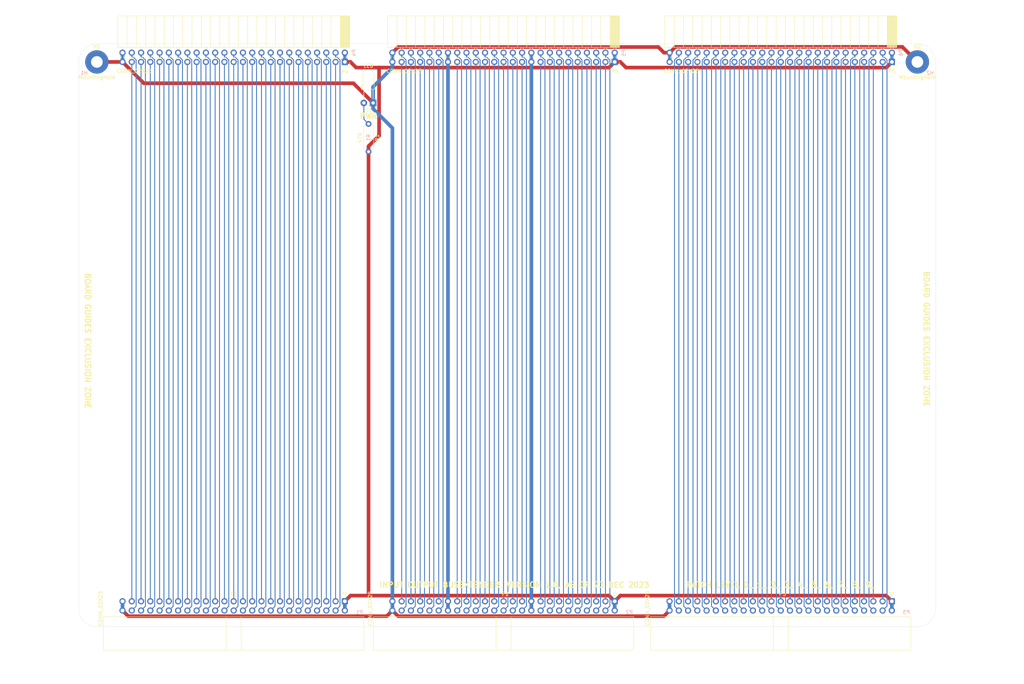
<source format=kicad_pcb>
(kicad_pcb (version 20211014) (generator pcbnew)
  (layers (0 "F.Cu" signal) (31 "B.Cu" signal) (34 "B.Paste" user) (35 "F.Paste" user) (36 "B.SilkS" user "B.Silkscreen") (37 "F.SilkS" user "F.Silkscreen") (38 "B.Mask" user) (39 "F.Mask" user) (44 "Edge.Cuts" user))
  (net 0 "")
  (net 1 "GND")
  (net 2 "VCC")
  (net 3 "I2C_SDA")
  (net 4 "I2C_SCL")
  (net 5 "Net-(D1-Pad2)")
  (net 6 "-12V")
  (net 7 "~{M1}")
  (net 8 "~{IORQ}")
  (net 9 "~{WR}")
  (net 10 "~{RD}")
  (net 11 "A0")
  (net 12 "A1")
  (net 13 "A2")
  (net 14 "A3")
  (net 15 "A4")
  (net 16 "A5")
  (net 17 "A6")
  (net 18 "A7")
  (net 19 "+12V")
  (net 20 "D0")
  (net 21 "D1")
  (net 22 "D2")
  (net 23 "D3")
  (net 24 "D4")
  (net 25 "D5")
  (net 26 "D6")
  (net 27 "D7")
  (net 28 "/bus/~{EIRQ7}")
  (net 29 "/bus/~{EIRQ6}")
  (net 30 "/bus/~{EIRQ5}")
  (net 31 "/bus/~{EIRQ4}")
  (net 32 "/bus/~{EIRQ3}")
  (net 33 "/bus/~{EIRQ2}")
  (net 34 "/bus/~{EIRQ1}")
  (net 35 "/bus/~{EIRQ0}")
  (net 36 "/bus/~{TEND1}")
  (net 37 "/bus/~{DREQ1}")
  (net 38 "/bus/~{TEND0}")
  (net 39 "/bus/~{DREQ0}")
  (net 40 "/bus/D15")
  (net 41 "/bus/D31")
  (net 42 "/bus/D14")
  (net 43 "/bus/D30")
  (net 44 "/bus/D13")
  (net 45 "/bus/D29")
  (net 46 "/bus/D12")
  (net 47 "/bus/D28")
  (net 48 "/bus/D11")
  (net 49 "/bus/D27")
  (net 50 "/bus/D10")
  (net 51 "/bus/D26")
  (net 52 "/bus/D9")
  (net 53 "/bus/D25")
  (net 54 "/bus/D8")
  (net 55 "/bus/D24")
  (net 56 "/bus/D23")
  (net 57 "/bus/D22")
  (net 58 "/bus/D21")
  (net 59 "/bus/D20")
  (net 60 "/bus/D19")
  (net 61 "/bus/D18")
  (net 62 "/bus/D17")
  (net 63 "/bus/D16")
  (net 64 "/bus/~{BUSERR}")
  (net 65 "/bus/UDS")
  (net 66 "/bus/~{VPA}")
  (net 67 "/bus/LDS")
  (net 68 "/bus/~{VMA}")
  (net 69 "/bus/S2")
  (net 70 "/bus/~{BHE}")
  (net 71 "/bus/S1")
  (net 72 "/bus/IPL2")
  (net 73 "/bus/S0")
  (net 74 "/bus/IPL1")
  (net 75 "/bus/AUXCLK3")
  (net 76 "/bus/IPL0")
  (net 77 "/bus/AUXCLK2")
  (net 78 "/bus/A31")
  (net 79 "/bus/A30")
  (net 80 "/bus/A29")
  (net 81 "/bus/A28")
  (net 82 "/bus/A27")
  (net 83 "/bus/A26")
  (net 84 "/bus/A25")
  (net 85 "/bus/A24")
  (net 86 "/bus/A23")
  (net 87 "/bus/A22")
  (net 88 "/bus/A21")
  (net 89 "/bus/A20")
  (net 90 "/bus/A19")
  (net 91 "/bus/A18")
  (net 92 "/bus/A17")
  (net 93 "/bus/A16")
  (net 94 "/bus/IC3")
  (net 95 "/bus/IC2")
  (net 96 "/bus/IC1")
  (net 97 "/bus/IC0")
  (net 98 "/bus/AUXCLK1")
  (net 99 "/bus/AUXCLK0")
  (net 100 "/bus/E")
  (net 101 "/bus/ST")
  (net 102 "/bus/PHI")
  (net 103 "/bus/~{INT2}")
  (net 104 "/bus/~{INT1}")
  (net 105 "/bus/CRUCLK")
  (net 106 "/bus/CLK")
  (net 107 "/bus/CRUOUT")
  (net 108 "/bus/CRUIN")
  (net 109 "~{RES_IN}")
  (net 110 "~{RES_OUT}")
  (net 111 "/bus/USER8")
  (net 112 "/bus/USER7")
  (net 113 "/bus/~{WAIT}")
  (net 114 "/bus/USER6")
  (net 115 "/bus/USER5")
  (net 116 "/bus/USER4")
  (net 117 "/bus/USER3")
  (net 118 "/bus/USER2")
  (net 119 "/bus/USER1")
  (net 120 "/bus/USER0")
  (net 121 "~{BAI}")
  (net 122 "~{BAO}")
  (net 123 "~{IEI}")
  (net 124 "~{IEO}")
  (net 125 "~{MREQ}")
  (net 126 "~{BUSACK}")
  (net 127 "~{INT0}")
  (net 128 "~{NMI}")
  (net 129 "~{BUSRQ}")
  (net 130 "~{HALT}")
  (net 131 "~{RFSH}")
  (net 132 "A15")
  (net 133 "A14")
  (net 134 "A13")
  (net 135 "A12")
  (net 136 "A11")
  (net 137 "A10")
  (net 138 "A9")
  (net 139 "A8")
  (footprint "MountingHole:MountingHole_3.2mm_M3_Pad" (layer "F.Cu") (at 265 75)
    (fp_text reference "H2")
    (fp_text value "MountingHole")
  )
  (footprint "MountingHole:MountingHole_3.2mm_M3_Pad" (layer "F.Cu") (at 40 75)
    (fp_text reference "H1")
    (fp_text value "MountingHole")
  )
  (footprint "Connector_IDC:IDC-Header_2x25_P2.54mm_Horizontal" (layer "F.Cu") (at 182 223 -90)
    (fp_text reference "P2")
    (fp_text value "CONN_02X25")
  )
  (footprint "Connector_IDC:IDC-Header_2x25_P2.54mm_Horizontal" (layer "F.Cu") (at 258 223 -90)
    (fp_text reference "P3")
    (fp_text value "CONN_02X25")
  )
  (footprint "Connector_IDC:IDC-Header_2x25_P2.54mm_Horizontal" (layer "F.Cu") (at 108 223 -90)
    (fp_text reference "P1")
    (fp_text value "CONN_02X25")
  )
  (footprint "LED_THT:LED_D3.0mm_Horizontal_O3.81mm_Z2.0mm" (layer "F.Cu") (at 115.75 86.25 180)
    (fp_text reference "D1")
    (fp_text value "LED")
  )
  (footprint "Connector_PinSocket_2.54mm:PinSocket_2x25_P2.54mm_Horizontal" (layer "F.Cu") (at 182 75 -90)
    (fp_text reference "P5")
    (fp_text value "CONN_02X25")
  )
  (footprint "Resistor_THT:R_Axial_DIN0207_L6.3mm_D2.5mm_P7.62mm_Horizontal" (layer "F.Cu") (at 114.5 92 -90)
    (fp_text reference "R1")
    (fp_text value "470")
  )
  (footprint "Connector_PinSocket_2.54mm:PinSocket_2x25_P2.54mm_Horizontal" (layer "F.Cu") (at 108 75 -90)
    (fp_text reference "P4")
    (fp_text value "CONN_02X25")
  )
  (footprint "Connector_PinSocket_2.54mm:PinSocket_2x25_P2.54mm_Horizontal" (layer "F.Cu") (at 258.02 75 -90)
    (fp_text reference "P6")
    (fp_text value "CONN_02X25")
  )
  (gr_line (start 35 75) (end 35 225) (layer "Edge.Cuts") (width 0.05))
  (gr_line (start 40 230) (end 265 230) (layer "Edge.Cuts") (width 0.05))
  (gr_line (start 270 225) (end 270 75) (layer "Edge.Cuts") (width 0.05))
  (gr_line (start 265 70) (end 40 70) (layer "Edge.Cuts") (width 0.05))
  (gr_arc (start 265 70) (mid 268.535534 71.464466) (end 270 75) (layer "Edge.Cuts") (width 0.05))
  (gr_arc (start 40 230) (mid 36.464466 228.535534) (end 35 225) (layer "Edge.Cuts") (width 0.05))
  (gr_arc (start 35 75) (mid 36.464466 71.464466) (end 40 70) (layer "Edge.Cuts") (width 0.05))
  (gr_arc (start 270 225) (mid 268.535534 228.535534) (end 265 230) (layer "Edge.Cuts") (width 0.05))
  (gr_text "BOARD GUIDES EXCLUSION ZONE" (at 267.5 151 270) (layer "F.SilkS") (effects (font (size 1.5 1.5) (thickness 0.3))))
  (gr_text "BOARD GUIDES EXCLUSION ZONE" (at 37.5 151.5 270) (layer "F.SilkS") (effects (font (size 1.5 1.5) (thickness 0.3))))
  (gr_text "INPUT OUTPUT BUSEXTENDER, VERSION 1.0, AS OF 23 DEC 2023" (at 154.5 218.5) (layer "F.SilkS") (effects (font (size 1.5 1.5) (thickness 0.3))))
  (gr_text "PWR" (at 114.5 89.81) (layer "F.SilkS") (effects (font (size 1.5 1.5) (thickness 0.3))))
  (gr_text "PATCH LEVEL 0_ 1_ 2_ 3_ 4_ 5_ 6_ 7_ 8_ 9_" (at 227.5 218.5) (layer "F.SilkS") (effects (font (size 1.5 1.5) (thickness 0.3))))
  (segment (start 197.04 225.54) (end 195.4896 227.0904) (width 1) (layer "F.Cu") (net 1))
  (segment (start 119.4836 227.0964) (end 121.04 225.54) (width 1) (layer "F.Cu") (net 1))
  (segment (start 195.4896 227.0904) (end 122.5904 227.0904) (width 1) (layer "F.Cu") (net 1))
  (segment (start 198.6482 70.8718) (end 197.06 72.46) (width 1) (layer "F.Cu") (net 1))
  (segment (start 197.06 72.46) (end 195.5097 72.46) (width 1) (layer "F.Cu") (net 1))
  (segment (start 52.8848 80.8448) (end 47.04 75) (width 1) (layer "F.Cu") (net 1))
  (segment (start 195.5097 72.46) (end 193.9549 70.9052) (width 1) (layer "F.Cu") (net 1))
  (segment (start 193.9549 70.9052) (end 122.5948 70.9052) (width 1) (layer "F.Cu") (net 1))
  (segment (start 115.75 86.25) (end 110.3448 80.8448) (width 1) (layer "F.Cu") (net 1))
  (segment (start 265 75) (end 260.8718 70.8718) (width 1) (layer "F.Cu") (net 1))
  (segment (start 260.8718 70.8718) (end 198.6482 70.8718) (width 1) (layer "F.Cu") (net 1))
  (segment (start 110.3448 80.8448) (end 52.8848 80.8448) (width 1) (layer "F.Cu") (net 1))
  (segment (start 122.5904 227.0904) (end 121.04 225.54) (width 1) (layer "F.Cu") (net 1))
  (segment (start 47.04 225.54) (end 48.5964 227.0964) (width 1) (layer "F.Cu") (net 1))
  (segment (start 47.04 75) (end 40 75) (width 1) (layer "F.Cu") (net 1))
  (segment (start 122.5948 70.9052) (end 121.04 72.46) (width 1) (layer "F.Cu") (net 1))
  (segment (start 48.5964 227.0964) (end 119.4836 227.0964) (width 1) (layer "F.Cu") (net 1))
  (segment (start 47.04 225.54) (end 47.04 223) (width 1) (layer "B.Cu") (net 1))
  (segment (start 47.04 72.46) (end 47.04 75) (width 1) (layer "B.Cu") (net 1))
  (segment (start 121.04 72.46) (end 121.04 75) (width 1) (layer "B.Cu") (net 1))
  (segment (start 115.75 86.25) (end 115.75 87.8503) (width 1) (layer "B.Cu") (net 1))
  (segment (start 115.75 81.8403) (end 115.75 86.25) (width 1) (layer "B.Cu") (net 1))
  (segment (start 197.06 72.46) (end 197.06 75) (width 1) (layer "B.Cu") (net 1))
  (segment (start 197.04 225.54) (end 197.04 223) (width 1) (layer "B.Cu") (net 1))
  (segment (start 121.04 75) (end 121.04 76.5503) (width 1) (layer "B.Cu") (net 1))
  (segment (start 121.04 76.5503) (end 115.75 81.8403) (width 1) (layer "B.Cu") (net 1))
  (segment (start 121.04 225.54) (end 121.04 223) (width 1) (layer "B.Cu") (net 1))
  (segment (start 121.04 93.1403) (end 115.75 87.8503) (width 1) (layer "B.Cu") (net 1))
  (segment (start 121.04 223) (end 121.04 93.1403) (width 1) (layer "B.Cu") (net 1))
  (segment (start 111.1006 76.5503) (end 117.3884 76.5503) (width 1) (layer "F.Cu") (net 2))
  (segment (start 182 75) (end 183.5503 75) (width 1) (layer "F.Cu") (net 2))
  (segment (start 258 223) (end 256.4496 221.4496) (width 1) (layer "F.Cu") (net 2))
  (segment (start 114.5 221.4496) (end 180.4496 221.4496) (width 1) (layer "F.Cu") (net 2))
  (segment (start 258.02 75) (end 256.4697 76.5503) (width 1) (layer "F.Cu") (net 2))
  (segment (start 117.3884 76.5503) (end 117.3884 95.2313) (width 1) (layer "F.Cu") (net 2))
  (segment (start 108 75) (end 109.5503 75) (width 1) (layer "F.Cu") (net 2))
  (segment (start 180.4496 221.4496) (end 182 223) (width 1) (layer "F.Cu") (net 2))
  (segment (start 183.5504 221.4496) (end 182 223) (width 1) (layer "F.Cu") (net 2))
  (segment (start 108 223) (end 109.5504 221.4496) (width 1) (layer "F.Cu") (net 2))
  (segment (start 114.5 98.8698) (end 114.5 99.62) (width 1) (layer "F.Cu") (net 2))
  (segment (start 117.3884 76.5503) (end 180.4497 76.5503) (width 1) (layer "F.Cu") (net 2))
  (segment (start 256.4697 76.5503) (end 185.1006 76.5503) (width 1) (layer "F.Cu") (net 2))
  (segment (start 109.5504 221.4496) (end 114.5 221.4496) (width 1) (layer "F.Cu") (net 2))
  (segment (start 117.3884 95.2313) (end 114.5 98.1197) (width 1) (layer "F.Cu") (net 2))
  (segment (start 109.5503 75) (end 111.1006 76.5503) (width 1) (layer "F.Cu") (net 2))
  (segment (start 185.1006 76.5503) (end 183.5503 75) (width 1) (layer "F.Cu") (net 2))
  (segment (start 180.4497 76.5503) (end 182 75) (width 1) (layer "F.Cu") (net 2))
  (segment (start 114.5 99.62) (end 114.5 221.4496) (width 1) (layer "F.Cu") (net 2))
  (segment (start 256.4496 221.4496) (end 183.5504 221.4496) (width 1) (layer "F.Cu") (net 2))
  (segment (start 114.5 98.8698) (end 114.5 98.1197) (width 1) (layer "F.Cu") (net 2))
  (segment (start 258 225.54) (end 258 223) (width 1) (layer "B.Cu") (net 2))
  (segment (start 108 72.46) (end 108 75) (width 1) (layer "B.Cu") (net 2))
  (segment (start 182 225.54) (end 182 223) (width 1) (layer "B.Cu") (net 2))
  (segment (start 182 72.46) (end 182 75) (width 1) (layer "B.Cu") (net 2))
  (segment (start 108 225.54) (end 108 223) (width 1) (layer "B.Cu") (net 2))
  (segment (start 258.02 72.46) (end 258.02 75) (width 1) (layer "B.Cu") (net 2))
  (segment (start 50.7706 74.4586) (end 50.7706 224.3494) (width 0.25) (layer "B.Cu") (net 3))
  (segment (start 50.7706 224.3494) (end 49.58 225.54) (width 0.25) (layer "B.Cu") (net 3))
  (segment (start 49.58 72.46) (end 49.58 73.6353) (width 0.25) (layer "B.Cu") (net 3))
  (segment (start 49.9473 73.6353) (end 50.7706 74.4586) (width 0.25) (layer "B.Cu") (net 3))
  (segment (start 49.58 73.6353) (end 49.9473 73.6353) (width 0.25) (layer "B.Cu") (net 3))
  (segment (start 49.58 75) (end 49.58 223) (width 0.25) (layer "B.Cu") (net 4))
  (segment (start 113.21 90.71) (end 113.21 86.25) (width 0.25) (layer "B.Cu") (net 5))
  (segment (start 114.5 92) (end 113.21 90.71) (width 0.25) (layer "B.Cu") (net 5))
  (segment (start 136.28 75) (end 136.28 223) (width 1) (layer "B.Cu") (net 6))
  (segment (start 136.28 225.54) (end 136.28 223) (width 1) (layer "B.Cu") (net 6))
  (segment (start 136.28 72.46) (end 136.28 75) (width 1) (layer "B.Cu") (net 6))
  (segment (start 95.3 75) (end 95.3 223) (width 0.25) (layer "B.Cu") (net 7))
  (segment (start 100.38 75) (end 100.38 223) (width 0.25) (layer "B.Cu") (net 8))
  (segment (start 102.92 75) (end 102.92 223) (width 0.25) (layer "B.Cu") (net 9))
  (segment (start 105.46 75) (end 105.46 223) (width 0.25) (layer "B.Cu") (net 10))
  (segment (start 138.82 75) (end 138.82 223) (width 0.25) (layer "B.Cu") (net 11))
  (segment (start 141.36 75) (end 141.36 223) (width 0.25) (layer "B.Cu") (net 12))
  (segment (start 143.9 75) (end 143.9 223) (width 0.25) (layer "B.Cu") (net 13))
  (segment (start 146.44 75) (end 146.44 223) (width 0.25) (layer "B.Cu") (net 14))
  (segment (start 148.98 75) (end 148.98 223) (width 0.25) (layer "B.Cu") (net 15))
  (segment (start 151.52 75) (end 151.52 223) (width 0.25) (layer "B.Cu") (net 16))
  (segment (start 154.06 75) (end 154.06 223) (width 0.25) (layer "B.Cu") (net 17))
  (segment (start 156.6 75) (end 156.6 223) (width 0.25) (layer "B.Cu") (net 18))
  (segment (start 159.14 72.46) (end 159.14 75) (width 1) (layer "B.Cu") (net 19))
  (segment (start 159.14 75) (end 159.14 223) (width 1) (layer "B.Cu") (net 19))
  (segment (start 159.14 225.54) (end 159.14 223) (width 1) (layer "B.Cu") (net 19))
  (segment (start 217.38 76.1753) (end 217.36 76.1953) (width 0.25) (layer "B.Cu") (net 20))
  (segment (start 217.38 75) (end 217.38 76.1753) (width 0.25) (layer "B.Cu") (net 20))
  (segment (start 217.36 76.1953) (end 217.36 223) (width 0.25) (layer "B.Cu") (net 20))
  (segment (start 219.9 76.1953) (end 219.9 223) (width 0.25) (layer "B.Cu") (net 21))
  (segment (start 219.92 76.1753) (end 219.9 76.1953) (width 0.25) (layer "B.Cu") (net 21))
  (segment (start 219.92 75) (end 219.92 76.1753) (width 0.25) (layer "B.Cu") (net 21))
  (segment (start 222.46 76.1753) (end 222.44 76.1953) (width 0.25) (layer "B.Cu") (net 22))
  (segment (start 222.44 76.1953) (end 222.44 223) (width 0.25) (layer "B.Cu") (net 22))
  (segment (start 222.46 75) (end 222.46 76.1753) (width 0.25) (layer "B.Cu") (net 22))
  (segment (start 225 75) (end 225 76.1753) (width 0.25) (layer "B.Cu") (net 23))
  (segment (start 225 76.1753) (end 224.98 76.1953) (width 0.25) (layer "B.Cu") (net 23))
  (segment (start 224.98 76.1953) (end 224.98 223) (width 0.25) (layer "B.Cu") (net 23))
  (segment (start 227.52 76.1953) (end 227.52 223) (width 0.25) (layer "B.Cu") (net 24))
  (segment (start 227.54 75) (end 227.54 76.1753) (width 0.25) (layer "B.Cu") (net 24))
  (segment (start 227.54 76.1753) (end 227.52 76.1953) (width 0.25) (layer "B.Cu") (net 24))
  (segment (start 230.08 75) (end 230.08 76.1753) (width 0.25) (layer "B.Cu") (net 25))
  (segment (start 230.06 76.1953) (end 230.06 223) (width 0.25) (layer "B.Cu") (net 25))
  (segment (start 230.08 76.1753) (end 230.06 76.1953) (width 0.25) (layer "B.Cu") (net 25))
  (segment (start 232.62 75) (end 232.62 76.1753) (width 0.25) (layer "B.Cu") (net 26))
  (segment (start 232.6 76.1953) (end 232.6 223) (width 0.25) (layer "B.Cu") (net 26))
  (segment (start 232.62 76.1753) (end 232.6 76.1953) (width 0.25) (layer "B.Cu") (net 26))
  (segment (start 235.16 76.1753) (end 235.14 76.1953) (width 0.25) (layer "B.Cu") (net 27))
  (segment (start 235.16 75) (end 235.16 76.1753) (width 0.25) (layer "B.Cu") (net 27))
  (segment (start 235.14 76.1953) (end 235.14 223) (width 0.25) (layer "B.Cu") (net 27))
  (segment (start 69.9 75) (end 69.9 223) (width 0.25) (layer "B.Cu") (net 28))
  (segment (start 67.36 75) (end 67.36 223) (width 0.25) (layer "B.Cu") (net 29))
  (segment (start 64.82 75) (end 64.82 223) (width 0.25) (layer "B.Cu") (net 30))
  (segment (start 62.28 75) (end 62.28 223) (width 0.25) (layer "B.Cu") (net 31))
  (segment (start 59.74 75) (end 59.74 223) (width 0.25) (layer "B.Cu") (net 32))
  (segment (start 57.2 75) (end 57.2 223) (width 0.25) (layer "B.Cu") (net 33))
  (segment (start 54.66 75) (end 54.66 223) (width 0.25) (layer "B.Cu") (net 34))
  (segment (start 52.12 75) (end 52.12 223) (width 0.25) (layer "B.Cu") (net 35))
  (segment (start 133.74 72.46) (end 133.74 73.6353) (width 0.25) (layer "B.Cu") (net 36))
  (segment (start 133.74 73.6353) (end 134.1073 73.6353) (width 0.25) (layer "B.Cu") (net 36))
  (segment (start 134.1073 73.6353) (end 134.9306 74.4586) (width 0.25) (layer "B.Cu") (net 36))
  (segment (start 134.9306 74.4586) (end 134.9306 224.3494) (width 0.25) (layer "B.Cu") (net 36))
  (segment (start 134.9306 224.3494) (end 133.74 225.54) (width 0.25) (layer "B.Cu") (net 36))
  (segment (start 132.3906 224.3494) (end 131.2 225.54) (width 0.25) (layer "B.Cu") (net 37))
  (segment (start 131.5673 73.6353) (end 132.3906 74.4586) (width 0.25) (layer "B.Cu") (net 37))
  (segment (start 131.2 73.6353) (end 131.5673 73.6353) (width 0.25) (layer "B.Cu") (net 37))
  (segment (start 131.2 72.46) (end 131.2 73.6353) (width 0.25) (layer "B.Cu") (net 37))
  (segment (start 132.3906 74.4586) (end 132.3906 224.3494) (width 0.25) (layer "B.Cu") (net 37))
  (segment (start 129.8506 74.4586) (end 129.8506 224.3494) (width 0.25) (layer "B.Cu") (net 38))
  (segment (start 129.0273 73.6353) (end 129.8506 74.4586) (width 0.25) (layer "B.Cu") (net 38))
  (segment (start 129.8506 224.3494) (end 128.66 225.54) (width 0.25) (layer "B.Cu") (net 38))
  (segment (start 128.66 73.6353) (end 129.0273 73.6353) (width 0.25) (layer "B.Cu") (net 38))
  (segment (start 128.66 72.46) (end 128.66 73.6353) (width 0.25) (layer "B.Cu") (net 38))
  (segment (start 127.3106 74.4586) (end 127.3106 224.3494) (width 0.25) (layer "B.Cu") (net 39))
  (segment (start 126.12 73.6353) (end 126.4873 73.6353) (width 0.25) (layer "B.Cu") (net 39))
  (segment (start 126.12 72.46) (end 126.12 73.6353) (width 0.25) (layer "B.Cu") (net 39))
  (segment (start 126.4873 73.6353) (end 127.3106 74.4586) (width 0.25) (layer "B.Cu") (net 39))
  (segment (start 127.3106 224.3494) (end 126.12 225.54) (width 0.25) (layer "B.Cu") (net 39))
  (segment (start 255.46 76.1953) (end 255.46 223) (width 0.25) (layer "B.Cu") (net 40))
  (segment (start 255.48 76.1753) (end 255.46 76.1953) (width 0.25) (layer "B.Cu") (net 40))
  (segment (start 255.48 75) (end 255.48 76.1753) (width 0.25) (layer "B.Cu") (net 40))
  (segment (start 255.48 73.6353) (end 255.8473 73.6353) (width 0.25) (layer "B.Cu") (net 41))
  (segment (start 256.6767 74.4647) (end 256.6767 224.3233) (width 0.25) (layer "B.Cu") (net 41))
  (segment (start 255.8473 73.6353) (end 256.6767 74.4647) (width 0.25) (layer "B.Cu") (net 41))
  (segment (start 256.6767 224.3233) (end 255.46 225.54) (width 0.25) (layer "B.Cu") (net 41))
  (segment (start 255.48 72.46) (end 255.48 73.6353) (width 0.25) (layer "B.Cu") (net 41))
  (segment (start 252.94 75) (end 252.94 76.1753) (width 0.25) (layer "B.Cu") (net 42))
  (segment (start 252.92 76.1953) (end 252.92 223) (width 0.25) (layer "B.Cu") (net 42))
  (segment (start 252.94 76.1753) (end 252.92 76.1953) (width 0.25) (layer "B.Cu") (net 42))
  (segment (start 251.7294 224.3494) (end 252.92 225.54) (width 0.25) (layer "B.Cu") (net 43))
  (segment (start 252.94 72.46) (end 252.94 73.6353) (width 0.25) (layer "B.Cu") (net 43))
  (segment (start 252.5727 73.6353) (end 251.7294 74.4786) (width 0.25) (layer "B.Cu") (net 43))
  (segment (start 252.94 73.6353) (end 252.5727 73.6353) (width 0.25) (layer "B.Cu") (net 43))
  (segment (start 251.7294 74.4786) (end 251.7294 224.3494) (width 0.25) (layer "B.Cu") (net 43))
  (segment (start 250.4 75) (end 250.4 76.1753) (width 0.25) (layer "B.Cu") (net 44))
  (segment (start 250.4 76.1753) (end 250.38 76.1953) (width 0.25) (layer "B.Cu") (net 44))
  (segment (start 250.38 76.1953) (end 250.38 223) (width 0.25) (layer "B.Cu") (net 44))
  (segment (start 250.4 73.6353) (end 250.0327 73.6353) (width 0.25) (layer "B.Cu") (net 45))
  (segment (start 250.0327 73.6353) (end 249.1894 74.4786) (width 0.25) (layer "B.Cu") (net 45))
  (segment (start 249.1894 74.4786) (end 249.1894 224.3494) (width 0.25) (layer "B.Cu") (net 45))
  (segment (start 249.1894 224.3494) (end 250.38 225.54) (width 0.25) (layer "B.Cu") (net 45))
  (segment (start 250.4 72.46) (end 250.4 73.6353) (width 0.25) (layer "B.Cu") (net 45))
  (segment (start 247.86 76.1753) (end 247.84 76.1953) (width 0.25) (layer "B.Cu") (net 46))
  (segment (start 247.86 75) (end 247.86 76.1753) (width 0.25) (layer "B.Cu") (net 46))
  (segment (start 247.84 76.1953) (end 247.84 223) (width 0.25) (layer "B.Cu") (net 46))
  (segment (start 246.6494 74.4786) (end 246.6494 224.3494) (width 0.25) (layer "B.Cu") (net 47))
  (segment (start 247.86 72.46) (end 247.86 73.6353) (width 0.25) (layer "B.Cu") (net 47))
  (segment (start 247.4927 73.6353) (end 246.6494 74.4786) (width 0.25) (layer "B.Cu") (net 47))
  (segment (start 247.86 73.6353) (end 247.4927 73.6353) (width 0.25) (layer "B.Cu") (net 47))
  (segment (start 246.6494 224.3494) (end 247.84 225.54) (width 0.25) (layer "B.Cu") (net 47))
  (segment (start 245.32 75) (end 245.32 76.1753) (width 0.25) (layer "B.Cu") (net 48))
  (segment (start 245.32 76.1753) (end 245.3 76.1953) (width 0.25) (layer "B.Cu") (net 48))
  (segment (start 245.3 76.1953) (end 245.3 223) (width 0.25) (layer "B.Cu") (net 48))
  (segment (start 245.32 73.6353) (end 244.9527 73.6353) (width 0.25) (layer "B.Cu") (net 49))
  (segment (start 244.9527 73.6353) (end 244.1094 74.4786) (width 0.25) (layer "B.Cu") (net 49))
  (segment (start 244.1094 74.4786) (end 244.1094 224.3494) (width 0.25) (layer "B.Cu") (net 49))
  (segment (start 245.32 72.46) (end 245.32 73.6353) (width 0.25) (layer "B.Cu") (net 49))
  (segment (start 244.1094 224.3494) (end 245.3 225.54) (width 0.25) (layer "B.Cu") (net 49))
  (segment (start 242.78 75) (end 242.78 76.1753) (width 0.25) (layer "B.Cu") (net 50))
  (segment (start 242.76 76.1953) (end 242.76 223) (width 0.25) (layer "B.Cu") (net 50))
  (segment (start 242.78 76.1753) (end 242.76 76.1953) (width 0.25) (layer "B.Cu") (net 50))
  (segment (start 242.78 73.6353) (end 242.4127 73.6353) (width 0.25) (layer "B.Cu") (net 51))
  (segment (start 242.4127 73.6353) (end 241.5694 74.4786) (width 0.25) (layer "B.Cu") (net 51))
  (segment (start 242.78 72.46) (end 242.78 73.6353) (width 0.25) (layer "B.Cu") (net 51))
  (segment (start 241.5694 74.4786) (end 241.5694 224.3494) (width 0.25) (layer "B.Cu") (net 51))
  (segment (start 241.5694 224.3494) (end 242.76 225.54) (width 0.25) (layer "B.Cu") (net 51))
  (segment (start 240.24 75) (end 240.24 76.1753) (width 0.25) (layer "B.Cu") (net 52))
  (segment (start 240.24 76.1753) (end 240.22 76.1953) (width 0.25) (layer "B.Cu") (net 52))
  (segment (start 240.22 76.1953) (end 240.22 223) (width 0.25) (layer "B.Cu") (net 52))
  (segment (start 239.0294 74.4786) (end 239.0294 224.3494) (width 0.25) (layer "B.Cu") (net 53))
  (segment (start 240.24 72.46) (end 240.24 73.6353) (width 0.25) (layer "B.Cu") (net 53))
  (segment (start 239.8727 73.6353) (end 239.0294 74.4786) (width 0.25) (layer "B.Cu") (net 53))
  (segment (start 239.0294 224.3494) (end 240.22 225.54) (width 0.25) (layer "B.Cu") (net 53))
  (segment (start 240.24 73.6353) (end 239.8727 73.6353) (width 0.25) (layer "B.Cu") (net 53))
  (segment (start 237.68 76.1953) (end 237.68 223) (width 0.25) (layer "B.Cu") (net 54))
  (segment (start 237.7 76.1753) (end 237.68 76.1953) (width 0.25) (layer "B.Cu") (net 54))
  (segment (start 237.7 75) (end 237.7 76.1753) (width 0.25) (layer "B.Cu") (net 54))
  (segment (start 236.4894 224.3494) (end 237.68 225.54) (width 0.25) (layer "B.Cu") (net 55))
  (segment (start 237.7 72.46) (end 237.7 73.6353) (width 0.25) (layer "B.Cu") (net 55))
  (segment (start 237.3327 73.6353) (end 236.4894 74.4786) (width 0.25) (layer "B.Cu") (net 55))
  (segment (start 236.4894 74.4786) (end 236.4894 224.3494) (width 0.25) (layer "B.Cu") (net 55))
  (segment (start 237.7 73.6353) (end 237.3327 73.6353) (width 0.25) (layer "B.Cu") (net 55))
  (segment (start 233.9494 224.3494) (end 235.14 225.54) (width 0.25) (layer "B.Cu") (net 56))
  (segment (start 235.16 72.46) (end 235.16 73.6353) (width 0.25) (layer "B.Cu") (net 56))
  (segment (start 234.7927 73.6353) (end 233.9494 74.4786) (width 0.25) (layer "B.Cu") (net 56))
  (segment (start 233.9494 74.4786) (end 233.9494 224.3494) (width 0.25) (layer "B.Cu") (net 56))
  (segment (start 235.16 73.6353) (end 234.7927 73.6353) (width 0.25) (layer "B.Cu") (net 56))
  (segment (start 232.2527 73.6353) (end 231.4094 74.4786) (width 0.25) (layer "B.Cu") (net 57))
  (segment (start 232.62 73.6353) (end 232.2527 73.6353) (width 0.25) (layer "B.Cu") (net 57))
  (segment (start 232.62 72.46) (end 232.62 73.6353) (width 0.25) (layer "B.Cu") (net 57))
  (segment (start 231.4094 224.3494) (end 232.6 225.54) (width 0.25) (layer "B.Cu") (net 57))
  (segment (start 231.4094 74.4786) (end 231.4094 224.3494) (width 0.25) (layer "B.Cu") (net 57))
  (segment (start 228.8694 224.3494) (end 230.06 225.54) (width 0.25) (layer "B.Cu") (net 58))
  (segment (start 229.7127 73.6353) (end 228.8694 74.4786) (width 0.25) (layer "B.Cu") (net 58))
  (segment (start 230.08 73.6353) (end 229.7127 73.6353) (width 0.25) (layer "B.Cu") (net 58))
  (segment (start 228.8694 74.4786) (end 228.8694 224.3494) (width 0.25) (layer "B.Cu") (net 58))
  (segment (start 230.08 72.46) (end 230.08 73.6353) (width 0.25) (layer "B.Cu") (net 58))
  (segment (start 227.54 72.46) (end 227.54 73.6353) (width 0.25) (layer "B.Cu") (net 59))
  (segment (start 227.1727 73.6353) (end 226.3294 74.4786) (width 0.25) (layer "B.Cu") (net 59))
  (segment (start 227.54 73.6353) (end 227.1727 73.6353) (width 0.25) (layer "B.Cu") (net 59))
  (segment (start 226.3294 74.4786) (end 226.3294 224.3494) (width 0.25) (layer "B.Cu") (net 59))
  (segment (start 226.3294 224.3494) (end 227.52 225.54) (width 0.25) (layer "B.Cu") (net 59))
  (segment (start 225 72.46) (end 225 73.6353) (width 0.25) (layer "B.Cu") (net 60))
  (segment (start 224.6327 73.6353) (end 223.7894 74.4786) (width 0.25) (layer "B.Cu") (net 60))
  (segment (start 223.7894 224.3494) (end 224.98 225.54) (width 0.25) (layer "B.Cu") (net 60))
  (segment (start 225 73.6353) (end 224.6327 73.6353) (width 0.25) (layer "B.Cu") (net 60))
  (segment (start 223.7894 74.4786) (end 223.7894 224.3494) (width 0.25) (layer "B.Cu") (net 60))
  (segment (start 222.0927 73.6353) (end 221.2494 74.4786) (width 0.25) (layer "B.Cu") (net 61))
  (segment (start 221.2494 74.4786) (end 221.2494 224.3494) (width 0.25) (layer "B.Cu") (net 61))
  (segment (start 222.46 72.46) (end 222.46 73.6353) (width 0.25) (layer "B.Cu") (net 61))
  (segment (start 222.46 73.6353) (end 222.0927 73.6353) (width 0.25) (layer "B.Cu") (net 61))
  (segment (start 221.2494 224.3494) (end 222.44 225.54) (width 0.25) (layer "B.Cu") (net 61))
  (segment (start 219.92 73.6353) (end 219.5527 73.6353) (width 0.25) (layer "B.Cu") (net 62))
  (segment (start 219.5527 73.6353) (end 218.7094 74.4786) (width 0.25) (layer "B.Cu") (net 62))
  (segment (start 218.7094 74.4786) (end 218.7094 224.3494) (width 0.25) (layer "B.Cu") (net 62))
  (segment (start 218.7094 224.3494) (end 219.9 225.54) (width 0.25) (layer "B.Cu") (net 62))
  (segment (start 219.92 72.46) (end 219.92 73.6353) (width 0.25) (layer "B.Cu") (net 62))
  (segment (start 216.1694 224.3494) (end 217.36 225.54) (width 0.25) (layer "B.Cu") (net 63))
  (segment (start 217.0127 73.6353) (end 216.1694 74.4786) (width 0.25) (layer "B.Cu") (net 63))
  (segment (start 217.38 72.46) (end 217.38 73.6353) (width 0.25) (layer "B.Cu") (net 63))
  (segment (start 216.1694 74.4786) (end 216.1694 224.3494) (width 0.25) (layer "B.Cu") (net 63))
  (segment (start 217.38 73.6353) (end 217.0127 73.6353) (width 0.25) (layer "B.Cu") (net 63))
  (segment (start 214.82 76.1953) (end 214.82 223) (width 0.25) (layer "B.Cu") (net 64))
  (segment (start 214.84 76.1753) (end 214.82 76.1953) (width 0.25) (layer "B.Cu") (net 64))
  (segment (start 214.84 75) (end 214.84 76.1753) (width 0.25) (layer "B.Cu") (net 64))
  (segment (start 213.6294 74.4786) (end 213.6294 224.3494) (width 0.25) (layer "B.Cu") (net 65))
  (segment (start 214.84 72.46) (end 214.84 73.6353) (width 0.25) (layer "B.Cu") (net 65))
  (segment (start 214.4727 73.6353) (end 213.6294 74.4786) (width 0.25) (layer "B.Cu") (net 65))
  (segment (start 213.6294 224.3494) (end 214.82 225.54) (width 0.25) (layer "B.Cu") (net 65))
  (segment (start 214.84 73.6353) (end 214.4727 73.6353) (width 0.25) (layer "B.Cu") (net 65))
  (segment (start 212.3 76.1753) (end 212.28 76.1953) (width 0.25) (layer "B.Cu") (net 66))
  (segment (start 212.28 76.1953) (end 212.28 223) (width 0.25) (layer "B.Cu") (net 66))
  (segment (start 212.3 75) (end 212.3 76.1753) (width 0.25) (layer "B.Cu") (net 66))
  (segment (start 211.0894 74.4786) (end 211.0894 224.3494) (width 0.25) (layer "B.Cu") (net 67))
  (segment (start 212.3 72.46) (end 212.3 73.6353) (width 0.25) (layer "B.Cu") (net 67))
  (segment (start 211.0894 224.3494) (end 212.28 225.54) (width 0.25) (layer "B.Cu") (net 67))
  (segment (start 211.9327 73.6353) (end 211.0894 74.4786) (width 0.25) (layer "B.Cu") (net 67))
  (segment (start 212.3 73.6353) (end 211.9327 73.6353) (width 0.25) (layer "B.Cu") (net 67))
  (segment (start 209.74 76.1953) (end 209.74 223) (width 0.25) (layer "B.Cu") (net 68))
  (segment (start 209.76 75) (end 209.76 76.1753) (width 0.25) (layer "B.Cu") (net 68))
  (segment (start 209.76 76.1753) (end 209.74 76.1953) (width 0.25) (layer "B.Cu") (net 68))
  (segment (start 209.76 72.46) (end 209.76 73.6353) (width 0.25) (layer "B.Cu") (net 69))
  (segment (start 208.5494 224.3494) (end 209.74 225.54) (width 0.25) (layer "B.Cu") (net 69))
  (segment (start 209.76 73.6353) (end 209.3927 73.6353) (width 0.25) (layer "B.Cu") (net 69))
  (segment (start 209.3927 73.6353) (end 208.5494 74.4786) (width 0.25) (layer "B.Cu") (net 69))
  (segment (start 208.5494 74.4786) (end 208.5494 224.3494) (width 0.25) (layer "B.Cu") (net 69))
  (segment (start 207.22 76.1753) (end 207.2 76.1953) (width 0.25) (layer "B.Cu") (net 70))
  (segment (start 207.2 76.1953) (end 207.2 223) (width 0.25) (layer "B.Cu") (net 70))
  (segment (start 207.22 75) (end 207.22 76.1753) (width 0.25) (layer "B.Cu") (net 70))
  (segment (start 206.8527 73.6353) (end 206.0094 74.4786) (width 0.25) (layer "B.Cu") (net 71))
  (segment (start 207.22 73.6353) (end 206.8527 73.6353) (width 0.25) (layer "B.Cu") (net 71))
  (segment (start 207.22 72.46) (end 207.22 73.6353) (width 0.25) (layer "B.Cu") (net 71))
  (segment (start 206.0094 224.3494) (end 207.2 225.54) (width 0.25) (layer "B.Cu") (net 71))
  (segment (start 206.0094 74.4786) (end 206.0094 224.3494) (width 0.25) (layer "B.Cu") (net 71))
  (segment (start 204.68 76.1753) (end 204.66 76.1953) (width 0.25) (layer "B.Cu") (net 72))
  (segment (start 204.66 76.1953) (end 204.66 223) (width 0.25) (layer "B.Cu") (net 72))
  (segment (start 204.68 75) (end 204.68 76.1753) (width 0.25) (layer "B.Cu") (net 72))
  (segment (start 204.3127 73.6353) (end 203.4694 74.4786) (width 0.25) (layer "B.Cu") (net 73))
  (segment (start 204.68 72.46) (end 204.68 73.6353) (width 0.25) (layer "B.Cu") (net 73))
  (segment (start 203.4694 224.3494) (end 204.66 225.54) (width 0.25) (layer "B.Cu") (net 73))
  (segment (start 204.68 73.6353) (end 204.3127 73.6353) (width 0.25) (layer "B.Cu") (net 73))
  (segment (start 203.4694 74.4786) (end 203.4694 224.3494) (width 0.25) (layer "B.Cu") (net 73))
  (segment (start 202.12 76.1953) (end 202.12 223) (width 0.25) (layer "B.Cu") (net 74))
  (segment (start 202.14 76.1753) (end 202.12 76.1953) (width 0.25) (layer "B.Cu") (net 74))
  (segment (start 202.14 75) (end 202.14 76.1753) (width 0.25) (layer "B.Cu") (net 74))
  (segment (start 200.9294 74.4786) (end 200.9294 224.3494) (width 0.25) (layer "B.Cu") (net 75))
  (segment (start 200.9294 224.3494) (end 202.12 225.54) (width 0.25) (layer "B.Cu") (net 75))
  (segment (start 202.14 73.6353) (end 201.7727 73.6353) (width 0.25) (layer "B.Cu") (net 75))
  (segment (start 201.7727 73.6353) (end 200.9294 74.4786) (width 0.25) (layer "B.Cu") (net 75))
  (segment (start 202.14 72.46) (end 202.14 73.6353) (width 0.25) (layer "B.Cu") (net 75))
  (segment (start 199.58 76.1953) (end 199.58 223) (width 0.25) (layer "B.Cu") (net 76))
  (segment (start 199.6 76.1753) (end 199.58 76.1953) (width 0.25) (layer "B.Cu") (net 76))
  (segment (start 199.6 75) (end 199.6 76.1753) (width 0.25) (layer "B.Cu") (net 76))
  (segment (start 199.2327 73.6353) (end 198.3894 74.4786) (width 0.25) (layer "B.Cu") (net 77))
  (segment (start 198.3894 74.4786) (end 198.3894 224.3494) (width 0.25) (layer "B.Cu") (net 77))
  (segment (start 199.6 73.6353) (end 199.2327 73.6353) (width 0.25) (layer "B.Cu") (net 77))
  (segment (start 198.3894 224.3494) (end 199.58 225.54) (width 0.25) (layer "B.Cu") (net 77))
  (segment (start 199.6 72.46) (end 199.6 73.6353) (width 0.25) (layer "B.Cu") (net 77))
  (segment (start 179.8273 73.6353) (end 180.6767 74.4847) (width 0.25) (layer "B.Cu") (net 78))
  (segment (start 179.46 73.6353) (end 179.8273 73.6353) (width 0.25) (layer "B.Cu") (net 78))
  (segment (start 179.46 72.46) (end 179.46 73.6353) (width 0.25) (layer "B.Cu") (net 78))
  (segment (start 180.6767 74.4847) (end 180.6767 224.3233) (width 0.25) (layer "B.Cu") (net 78))
  (segment (start 180.6767 224.3233) (end 179.46 225.54) (width 0.25) (layer "B.Cu") (net 78))
  (segment (start 178.1106 74.4586) (end 178.1106 224.3494) (width 0.25) (layer "B.Cu") (net 79))
  (segment (start 177.2873 73.6353) (end 178.1106 74.4586) (width 0.25) (layer "B.Cu") (net 79))
  (segment (start 178.1106 224.3494) (end 176.92 225.54) (width 0.25) (layer "B.Cu") (net 79))
  (segment (start 176.92 73.6353) (end 177.2873 73.6353) (width 0.25) (layer "B.Cu") (net 79))
  (segment (start 176.92 72.46) (end 176.92 73.6353) (width 0.25) (layer "B.Cu") (net 79))
  (segment (start 175.5706 224.3494) (end 174.38 225.54) (width 0.25) (layer "B.Cu") (net 80))
  (segment (start 175.5706 74.4586) (end 175.5706 224.3494) (width 0.25) (layer "B.Cu") (net 80))
  (segment (start 174.38 73.6353) (end 174.7473 73.6353) (width 0.25) (layer "B.Cu") (net 80))
  (segment (start 174.38 72.46) (end 174.38 73.6353) (width 0.25) (layer "B.Cu") (net 80))
  (segment (start 174.7473 73.6353) (end 175.5706 74.4586) (width 0.25) (layer "B.Cu") (net 80))
  (segment (start 172.2073 73.6353) (end 173.0306 74.4586) (width 0.25) (layer "B.Cu") (net 81))
  (segment (start 171.84 73.6353) (end 172.2073 73.6353) (width 0.25) (layer "B.Cu") (net 81))
  (segment (start 171.84 72.46) (end 171.84 73.6353) (width 0.25) (layer "B.Cu") (net 81))
  (segment (start 173.0306 224.3494) (end 171.84 225.54) (width 0.25) (layer "B.Cu") (net 81))
  (segment (start 173.0306 74.4586) (end 173.0306 224.3494) (width 0.25) (layer "B.Cu") (net 81))
  (segment (start 169.3 72.46) (end 169.3 73.6353) (width 0.25) (layer "B.Cu") (net 82))
  (segment (start 169.3 73.6353) (end 169.6673 73.6353) (width 0.25) (layer "B.Cu") (net 82))
  (segment (start 169.6673 73.6353) (end 170.4906 74.4586) (width 0.25) (layer "B.Cu") (net 82))
  (segment (start 170.4906 224.3494) (end 169.3 225.54) (width 0.25) (layer "B.Cu") (net 82))
  (segment (start 170.4906 74.4586) (end 170.4906 224.3494) (width 0.25) (layer "B.Cu") (net 82))
  (segment (start 167.9506 74.4586) (end 167.9506 224.3494) (width 0.25) (layer "B.Cu") (net 83))
  (segment (start 167.9506 224.3494) (end 166.76 225.54) (width 0.25) (layer "B.Cu") (net 83))
  (segment (start 166.76 73.6353) (end 167.1273 73.6353) (width 0.25) (layer "B.Cu") (net 83))
  (segment (start 166.76 72.46) (end 166.76 73.6353) (width 0.25) (layer "B.Cu") (net 83))
  (segment (start 167.1273 73.6353) (end 167.9506 74.4586) (width 0.25) (layer "B.Cu") (net 83))
  (segment (start 165.4106 74.4586) (end 165.4106 224.3494) (width 0.25) (layer "B.Cu") (net 84))
  (segment (start 165.4106 224.3494) (end 164.22 225.54) (width 0.25) (layer "B.Cu") (net 84))
  (segment (start 164.22 73.6353) (end 164.5873 73.6353) (width 0.25) (layer "B.Cu") (net 84))
  (segment (start 164.22 72.46) (end 164.22 73.6353) (width 0.25) (layer "B.Cu") (net 84))
  (segment (start 164.5873 73.6353) (end 165.4106 74.4586) (width 0.25) (layer "B.Cu") (net 84))
  (segment (start 162.0473 73.6353) (end 162.8706 74.4586) (width 0.25) (layer "B.Cu") (net 85))
  (segment (start 162.8706 74.4586) (end 162.8706 224.3494) (width 0.25) (layer "B.Cu") (net 85))
  (segment (start 161.68 72.46) (end 161.68 73.6353) (width 0.25) (layer "B.Cu") (net 85))
  (segment (start 161.68 73.6353) (end 162.0473 73.6353) (width 0.25) (layer "B.Cu") (net 85))
  (segment (start 162.8706 224.3494) (end 161.68 225.54) (width 0.25) (layer "B.Cu") (net 85))
  (segment (start 156.6 73.6353) (end 156.9673 73.6353) (width 0.25) (layer "B.Cu") (net 86))
  (segment (start 157.7906 224.3494) (end 156.6 225.54) (width 0.25) (layer "B.Cu") (net 86))
  (segment (start 156.6 72.46) (end 156.6 73.6353) (width 0.25) (layer "B.Cu") (net 86))
  (segment (start 156.9673 73.6353) (end 157.7906 74.4586) (width 0.25) (layer "B.Cu") (net 86))
  (segment (start 157.7906 74.4586) (end 157.7906 224.3494) (width 0.25) (layer "B.Cu") (net 86))
  (segment (start 154.06 72.46) (end 154.06 73.6353) (width 0.25) (layer "B.Cu") (net 87))
  (segment (start 154.4273 73.6353) (end 155.2506 74.4586) (width 0.25) (layer "B.Cu") (net 87))
  (segment (start 155.2506 224.3494) (end 154.06 225.54) (width 0.25) (layer "B.Cu") (net 87))
  (segment (start 154.06 73.6353) (end 154.4273 73.6353) (width 0.25) (layer "B.Cu") (net 87))
  (segment (start 155.2506 74.4586) (end 155.2506 224.3494) (width 0.25) (layer "B.Cu") (net 87))
  (segment (start 152.7106 224.3494) (end 151.52 225.54) (width 0.25) (layer "B.Cu") (net 88))
  (segment (start 151.52 72.46) (end 151.52 73.6353) (width 0.25) (layer "B.Cu") (net 88))
  (segment (start 151.52 73.6353) (end 151.8873 73.6353) (width 0.25) (layer "B.Cu") (net 88))
  (segment (start 152.7106 74.4586) (end 152.7106 224.3494) (width 0.25) (layer "B.Cu") (net 88))
  (segment (start 151.8873 73.6353) (end 152.7106 74.4586) (width 0.25) (layer "B.Cu") (net 88))
  (segment (start 150.1706 224.3494) (end 148.98 225.54) (width 0.25) (layer "B.Cu") (net 89))
  (segment (start 149.3473 73.6353) (end 150.1706 74.4586) (width 0.25) (layer "B.Cu") (net 89))
  (segment (start 150.1706 74.4586) (end 150.1706 224.3494) (width 0.25) (layer "B.Cu") (net 89))
  (segment (start 148.98 72.46) (end 148.98 73.6353) (width 0.25) (layer "B.Cu") (net 89))
  (segment (start 148.98 73.6353) (end 149.3473 73.6353) (width 0.25) (layer "B.Cu") (net 89))
  (segment (start 146.44 72.46) (end 146.44 73.6353) (width 0.25) (layer "B.Cu") (net 90))
  (segment (start 147.6306 74.4586) (end 147.6306 224.3494) (width 0.25) (layer "B.Cu") (net 90))
  (segment (start 147.6306 224.3494) (end 146.44 225.54) (width 0.25) (layer "B.Cu") (net 90))
  (segment (start 146.8073 73.6353) (end 147.6306 74.4586) (width 0.25) (layer "B.Cu") (net 90))
  (segment (start 146.44 73.6353) (end 146.8073 73.6353) (width 0.25) (layer "B.Cu") (net 90))
  (segment (start 144.2673 73.6353) (end 145.0906 74.4586) (width 0.25) (layer "B.Cu") (net 91))
  (segment (start 145.0906 224.3494) (end 143.9 225.54) (width 0.25) (layer "B.Cu") (net 91))
  (segment (start 143.9 73.6353) (end 144.2673 73.6353) (width 0.25) (layer "B.Cu") (net 91))
  (segment (start 143.9 72.46) (end 143.9 73.6353) (width 0.25) (layer "B.Cu") (net 91))
  (segment (start 145.0906 74.4586) (end 145.0906 224.3494) (width 0.25) (layer "B.Cu") (net 91))
  (segment (start 141.36 73.6353) (end 141.7273 73.6353) (width 0.25) (layer "B.Cu") (net 92))
  (segment (start 141.7273 73.6353) (end 142.5506 74.4586) (width 0.25) (layer "B.Cu") (net 92))
  (segment (start 142.5506 224.3494) (end 141.36 225.54) (width 0.25) (layer "B.Cu") (net 92))
  (segment (start 141.36 72.46) (end 141.36 73.6353) (width 0.25) (layer "B.Cu") (net 92))
  (segment (start 142.5506 74.4586) (end 142.5506 224.3494) (width 0.25) (layer "B.Cu") (net 92))
  (segment (start 138.82 73.6353) (end 139.1873 73.6353) (width 0.25) (layer "B.Cu") (net 93))
  (segment (start 138.82 72.46) (end 138.82 73.6353) (width 0.25) (layer "B.Cu") (net 93))
  (segment (start 139.1873 73.6353) (end 140.0106 74.4586) (width 0.25) (layer "B.Cu") (net 93))
  (segment (start 140.0106 74.4586) (end 140.0106 224.3494) (width 0.25) (layer "B.Cu") (net 93))
  (segment (start 140.0106 224.3494) (end 138.82 225.54) (width 0.25) (layer "B.Cu") (net 93))
  (segment (start 133.74 75) (end 133.74 223) (width 0.25) (layer "B.Cu") (net 94))
  (segment (start 131.2 75) (end 131.2 223) (width 0.25) (layer "B.Cu") (net 95))
  (segment (start 128.66 75) (end 128.66 223) (width 0.25) (layer "B.Cu") (net 96))
  (segment (start 126.12 75) (end 126.12 223) (width 0.25) (layer "B.Cu") (net 97))
  (segment (start 123.58 75) (end 123.58 223) (width 0.25) (layer "B.Cu") (net 98))
  (segment (start 123.58 73.6353) (end 123.9473 73.6353) (width 0.25) (layer "B.Cu") (net 99))
  (segment (start 124.7706 74.4586) (end 124.7706 224.3494) (width 0.25) (layer "B.Cu") (net 99))
  (segment (start 124.7706 224.3494) (end 123.58 225.54) (width 0.25) (layer "B.Cu") (net 99))
  (segment (start 123.58 72.46) (end 123.58 73.6353) (width 0.25) (layer "B.Cu") (net 99))
  (segment (start 123.9473 73.6353) (end 124.7706 74.4586) (width 0.25) (layer "B.Cu") (net 99))
  (segment (start 105.46 72.46) (end 105.46 73.6353) (width 0.25) (layer "B.Cu") (net 100))
  (segment (start 106.6767 224.3233) (end 105.46 225.54) (width 0.25) (layer "B.Cu") (net 100))
  (segment (start 105.8273 73.6353) (end 106.6767 74.4847) (width 0.25) (layer "B.Cu") (net 100))
  (segment (start 106.6767 74.4847) (end 106.6767 224.3233) (width 0.25) (layer "B.Cu") (net 100))
  (segment (start 105.46 73.6353) (end 105.8273 73.6353) (width 0.25) (layer "B.Cu") (net 100))
  (segment (start 104.1106 224.3494) (end 102.92 225.54) (width 0.25) (layer "B.Cu") (net 101))
  (segment (start 104.1106 74.4586) (end 104.1106 224.3494) (width 0.25) (layer "B.Cu") (net 101))
  (segment (start 102.92 73.6353) (end 103.2873 73.6353) (width 0.25) (layer "B.Cu") (net 101))
  (segment (start 102.92 72.46) (end 102.92 73.6353) (width 0.25) (layer "B.Cu") (net 101))
  (segment (start 103.2873 73.6353) (end 104.1106 74.4586) (width 0.25) (layer "B.Cu") (net 101))
  (segment (start 100.38 72.46) (end 100.38 73.6353) (width 0.25) (layer "B.Cu") (net 102))
  (segment (start 101.5706 74.4586) (end 101.5706 224.3494) (width 0.25) (layer "B.Cu") (net 102))
  (segment (start 100.38 73.6353) (end 100.7473 73.6353) (width 0.25) (layer "B.Cu") (net 102))
  (segment (start 101.5706 224.3494) (end 100.38 225.54) (width 0.25) (layer "B.Cu") (net 102))
  (segment (start 100.7473 73.6353) (end 101.5706 74.4586) (width 0.25) (layer "B.Cu") (net 102))
  (segment (start 99.0306 74.4586) (end 99.0306 224.3494) (width 0.25) (layer "B.Cu") (net 103))
  (segment (start 98.2073 73.6353) (end 99.0306 74.4586) (width 0.25) (layer "B.Cu") (net 103))
  (segment (start 97.84 73.6353) (end 98.2073 73.6353) (width 0.25) (layer "B.Cu") (net 103))
  (segment (start 97.84 72.46) (end 97.84 73.6353) (width 0.25) (layer "B.Cu") (net 103))
  (segment (start 99.0306 224.3494) (end 97.84 225.54) (width 0.25) (layer "B.Cu") (net 103))
  (segment (start 96.4906 74.4586) (end 96.4906 224.3494) (width 0.25) (layer "B.Cu") (net 104))
  (segment (start 96.4906 224.3494) (end 95.3 225.54) (width 0.25) (layer "B.Cu") (net 104))
  (segment (start 95.3 72.46) (end 95.3 73.6353) (width 0.25) (layer "B.Cu") (net 104))
  (segment (start 95.6673 73.6353) (end 96.4906 74.4586) (width 0.25) (layer "B.Cu") (net 104))
  (segment (start 95.3 73.6353) (end 95.6673 73.6353) (width 0.25) (layer "B.Cu") (net 104))
  (segment (start 93.9506 224.3494) (end 92.76 225.54) (width 0.25) (layer "B.Cu") (net 105))
  (segment (start 93.1273 73.6353) (end 93.9506 74.4586) (width 0.25) (layer "B.Cu") (net 105))
  (segment (start 92.76 73.6353) (end 93.1273 73.6353) (width 0.25) (layer "B.Cu") (net 105))
  (segment (start 93.9506 74.4586) (end 93.9506 224.3494) (width 0.25) (layer "B.Cu") (net 105))
  (segment (start 92.76 72.46) (end 92.76 73.6353) (width 0.25) (layer "B.Cu") (net 105))
  (segment (start 90.22 75) (end 90.22 223) (width 0.25) (layer "B.Cu") (net 106))
  (segment (start 91.4106 224.3494) (end 90.22 225.54) (width 0.25) (layer "B.Cu") (net 107))
  (segment (start 90.22 73.6353) (end 90.5873 73.6353) (width 0.25) (layer "B.Cu") (net 107))
  (segment (start 91.4106 74.4586) (end 91.4106 224.3494) (width 0.25) (layer "B.Cu") (net 107))
  (segment (start 90.22 72.46) (end 90.22 73.6353) (width 0.25) (layer "B.Cu") (net 107))
  (segment (start 90.5873 73.6353) (end 91.4106 74.4586) (width 0.25) (layer "B.Cu") (net 107))
  (segment (start 87.68 73.6353) (end 88.0473 73.6353) (width 0.25) (layer "B.Cu") (net 108))
  (segment (start 88.8706 74.4586) (end 88.8706 224.3494) (width 0.25) (layer "B.Cu") (net 108))
  (segment (start 87.68 72.46) (end 87.68 73.6353) (width 0.25) (layer "B.Cu") (net 108))
  (segment (start 88.0473 73.6353) (end 88.8706 74.4586) (width 0.25) (layer "B.Cu") (net 108))
  (segment (start 88.8706 224.3494) (end 87.68 225.54) (width 0.25) (layer "B.Cu") (net 108))
  (segment (start 86.3306 224.3494) (end 85.14 225.54) (width 0.25) (layer "B.Cu") (net 109))
  (segment (start 85.14 72.46) (end 85.14 73.6353) (width 0.25) (layer "B.Cu") (net 109))
  (segment (start 86.3306 74.4586) (end 86.3306 224.3494) (width 0.25) (layer "B.Cu") (net 109))
  (segment (start 85.14 73.6353) (end 85.5073 73.6353) (width 0.25) (layer "B.Cu") (net 109))
  (segment (start 85.5073 73.6353) (end 86.3306 74.4586) (width 0.25) (layer "B.Cu") (net 109))
  (segment (start 82.6 75) (end 82.6 223) (width 0.25) (layer "B.Cu") (net 110))
  (segment (start 82.6 73.6353) (end 82.9673 73.6353) (width 0.25) (layer "B.Cu") (net 111))
  (segment (start 83.7906 224.3494) (end 82.6 225.54) (width 0.25) (layer "B.Cu") (net 111))
  (segment (start 82.6 72.46) (end 82.6 73.6353) (width 0.25) (layer "B.Cu") (net 111))
  (segment (start 83.7906 74.4586) (end 83.7906 224.3494) (width 0.25) (layer "B.Cu") (net 111))
  (segment (start 82.9673 73.6353) (end 83.7906 74.4586) (width 0.25) (layer "B.Cu") (net 111))
  (segment (start 81.2506 74.4586) (end 81.2506 224.3494) (width 0.25) (layer "B.Cu") (net 112))
  (segment (start 80.4273 73.6353) (end 81.2506 74.4586) (width 0.25) (layer "B.Cu") (net 112))
  (segment (start 81.2506 224.3494) (end 80.06 225.54) (width 0.25) (layer "B.Cu") (net 112))
  (segment (start 80.06 72.46) (end 80.06 73.6353) (width 0.25) (layer "B.Cu") (net 112))
  (segment (start 80.06 73.6353) (end 80.4273 73.6353) (width 0.25) (layer "B.Cu") (net 112))
  (segment (start 77.52 75) (end 77.52 223) (width 0.25) (layer "B.Cu") (net 113))
  (segment (start 78.7106 224.3494) (end 77.52 225.54) (width 0.25) (layer "B.Cu") (net 114))
  (segment (start 78.7106 74.4586) (end 78.7106 224.3494) (width 0.25) (layer "B.Cu") (net 114))
  (segment (start 77.52 72.46) (end 77.52 73.6353) (width 0.25) (layer "B.Cu") (net 114))
  (segment (start 77.8873 73.6353) (end 78.7106 74.4586) (width 0.25) (layer "B.Cu") (net 114))
  (segment (start 77.52 73.6353) (end 77.8873 73.6353) (width 0.25) (layer "B.Cu") (net 114))
  (segment (start 74.98 72.46) (end 74.98 73.6353) (width 0.25) (layer "B.Cu") (net 115))
  (segment (start 76.1706 224.3494) (end 74.98 225.54) (width 0.25) (layer "B.Cu") (net 115))
  (segment (start 76.1706 74.4586) (end 76.1706 224.3494) (width 0.25) (layer "B.Cu") (net 115))
  (segment (start 74.98 73.6353) (end 75.3473 73.6353) (width 0.25) (layer "B.Cu") (net 115))
  (segment (start 75.3473 73.6353) (end 76.1706 74.4586) (width 0.25) (layer "B.Cu") (net 115))
  (segment (start 73.6306 224.3494) (end 72.44 225.54) (width 0.25) (layer "B.Cu") (net 116))
  (segment (start 72.44 73.6353) (end 72.8073 73.6353) (width 0.25) (layer "B.Cu") (net 116))
  (segment (start 72.8073 73.6353) (end 73.6306 74.4586) (width 0.25) (layer "B.Cu") (net 116))
  (segment (start 72.44 72.46) (end 72.44 73.6353) (width 0.25) (layer "B.Cu") (net 116))
  (segment (start 73.6306 74.4586) (end 73.6306 224.3494) (width 0.25) (layer "B.Cu") (net 116))
  (segment (start 71.0906 224.3494) (end 69.9 225.54) (width 0.25) (layer "B.Cu") (net 117))
  (segment (start 69.9 73.6353) (end 70.2673 73.6353) (width 0.25) (layer "B.Cu") (net 117))
  (segment (start 70.2673 73.6353) (end 71.0906 74.4586) (width 0.25) (layer "B.Cu") (net 117))
  (segment (start 69.9 72.46) (end 69.9 73.6353) (width 0.25) (layer "B.Cu") (net 117))
  (segment (start 71.0906 74.4586) (end 71.0906 224.3494) (width 0.25) (layer "B.Cu") (net 117))
  (segment (start 67.7273 73.6353) (end 68.5506 74.4586) (width 0.25) (layer "B.Cu") (net 118))
  (segment (start 68.5506 74.4586) (end 68.5506 224.3494) (width 0.25) (layer "B.Cu") (net 118))
  (segment (start 67.36 72.46) (end 67.36 73.6353) (width 0.25) (layer "B.Cu") (net 118))
  (segment (start 67.36 73.6353) (end 67.7273 73.6353) (width 0.25) (layer "B.Cu") (net 118))
  (segment (start 68.5506 224.3494) (end 67.36 225.54) (width 0.25) (layer "B.Cu") (net 118))
  (segment (start 66.0106 74.4586) (end 66.0106 224.3494) (width 0.25) (layer "B.Cu") (net 119))
  (segment (start 66.0106 224.3494) (end 64.82 225.54) (width 0.25) (layer "B.Cu") (net 119))
  (segment (start 64.82 73.6353) (end 65.1873 73.6353) (width 0.25) (layer "B.Cu") (net 119))
  (segment (start 64.82 72.46) (end 64.82 73.6353) (width 0.25) (layer "B.Cu") (net 119))
  (segment (start 65.1873 73.6353) (end 66.0106 74.4586) (width 0.25) (layer "B.Cu") (net 119))
  (segment (start 62.28 73.6353) (end 62.6473 73.6353) (width 0.25) (layer "B.Cu") (net 120))
  (segment (start 62.6473 73.6353) (end 63.4706 74.4586) (width 0.25) (layer "B.Cu") (net 120))
  (segment (start 62.28 72.46) (end 62.28 73.6353) (width 0.25) (layer "B.Cu") (net 120))
  (segment (start 63.4706 224.3494) (end 62.28 225.54) (width 0.25) (layer "B.Cu") (net 120))
  (segment (start 63.4706 74.4586) (end 63.4706 224.3494) (width 0.25) (layer "B.Cu") (net 120))
  (segment (start 59.74 72.46) (end 59.74 73.6353) (width 0.25) (layer "B.Cu") (net 121))
  (segment (start 60.1073 73.6353) (end 60.9306 74.4586) (width 0.25) (layer "B.Cu") (net 121))
  (segment (start 60.9306 224.3494) (end 59.74 225.54) (width 0.25) (layer "B.Cu") (net 121))
  (segment (start 59.74 73.6353) (end 60.1073 73.6353) (width 0.25) (layer "B.Cu") (net 121))
  (segment (start 60.9306 74.4586) (end 60.9306 224.3494) (width 0.25) (layer "B.Cu") (net 121))
  (segment (start 58.3906 74.4586) (end 58.3906 224.3494) (width 0.25) (layer "B.Cu") (net 122))
  (segment (start 57.2 72.46) (end 57.2 73.6353) (width 0.25) (layer "B.Cu") (net 122))
  (segment (start 57.2 73.6353) (end 57.5673 73.6353) (width 0.25) (layer "B.Cu") (net 122))
  (segment (start 58.3906 224.3494) (end 57.2 225.54) (width 0.25) (layer "B.Cu") (net 122))
  (segment (start 57.5673 73.6353) (end 58.3906 74.4586) (width 0.25) (layer "B.Cu") (net 122))
  (segment (start 54.66 72.46) (end 54.66 73.6353) (width 0.25) (layer "B.Cu") (net 123))
  (segment (start 55.8506 74.4586) (end 55.8506 224.3494) (width 0.25) (layer "B.Cu") (net 123))
  (segment (start 55.0273 73.6353) (end 55.8506 74.4586) (width 0.25) (layer "B.Cu") (net 123))
  (segment (start 55.8506 224.3494) (end 54.66 225.54) (width 0.25) (layer "B.Cu") (net 123))
  (segment (start 54.66 73.6353) (end 55.0273 73.6353) (width 0.25) (layer "B.Cu") (net 123))
  (segment (start 52.12 72.46) (end 52.12 73.6353) (width 0.25) (layer "B.Cu") (net 124))
  (segment (start 52.12 73.6353) (end 52.4873 73.6353) (width 0.25) (layer "B.Cu") (net 124))
  (segment (start 52.4873 73.6353) (end 53.3106 74.4586) (width 0.25) (layer "B.Cu") (net 124))
  (segment (start 53.3106 74.4586) (end 53.3106 224.3494) (width 0.25) (layer "B.Cu") (net 124))
  (segment (start 53.3106 224.3494) (end 52.12 225.54) (width 0.25) (layer "B.Cu") (net 124))
  (segment (start 97.84 75) (end 97.84 223) (width 0.25) (layer "B.Cu") (net 125))
  (segment (start 92.76 75) (end 92.76 223) (width 0.25) (layer "B.Cu") (net 126))
  (segment (start 87.68 75) (end 87.68 223) (width 0.25) (layer "B.Cu") (net 127))
  (segment (start 85.14 75) (end 85.14 223) (width 0.25) (layer "B.Cu") (net 128))
  (segment (start 80.06 75) (end 80.06 223) (width 0.25) (layer "B.Cu") (net 129))
  (segment (start 74.98 75) (end 74.98 223) (width 0.25) (layer "B.Cu") (net 130))
  (segment (start 72.44 75) (end 72.44 223) (width 0.25) (layer "B.Cu") (net 131))
  (segment (start 179.46 75) (end 179.46 223) (width 0.25) (layer "B.Cu") (net 132))
  (segment (start 176.92 75) (end 176.92 223) (width 0.25) (layer "B.Cu") (net 133))
  (segment (start 174.38 75) (end 174.38 223) (width 0.25) (layer "B.Cu") (net 134))
  (segment (start 171.84 75) (end 171.84 223) (width 0.25) (layer "B.Cu") (net 135))
  (segment (start 169.3 75) (end 169.3 223) (width 0.25) (layer "B.Cu") (net 136))
  (segment (start 166.76 75) (end 166.76 223) (width 0.25) (layer "B.Cu") (net 137))
  (segment (start 164.22 75) (end 164.22 223) (width 0.25) (layer "B.Cu") (net 138))
  (segment (start 161.68 75) (end 161.68 223) (width 0.25) (layer "B.Cu") (net 139))
)
</source>
